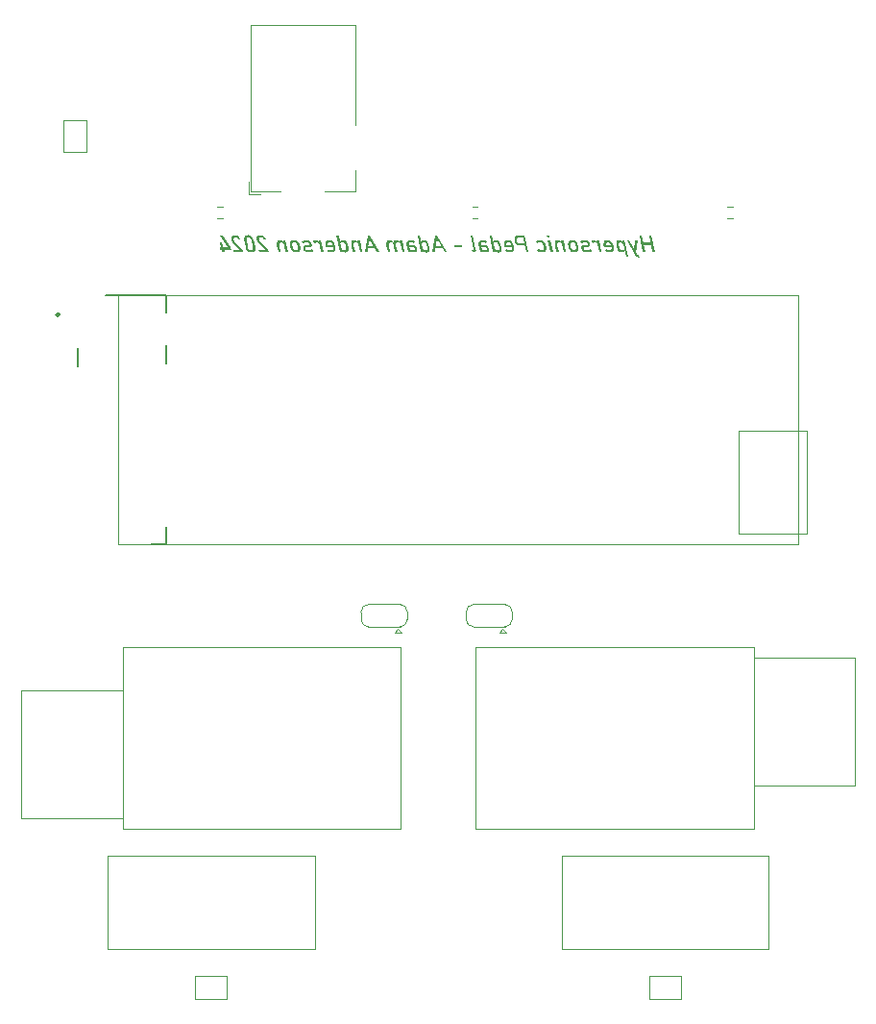
<source format=gbr>
%TF.GenerationSoftware,KiCad,Pcbnew,8.0.1*%
%TF.CreationDate,2024-04-21T18:31:03+02:00*%
%TF.ProjectId,Hypersonic_pedal_pcb,48797065-7273-46f6-9e69-635f70656461,rev?*%
%TF.SameCoordinates,Original*%
%TF.FileFunction,Legend,Bot*%
%TF.FilePolarity,Positive*%
%FSLAX46Y46*%
G04 Gerber Fmt 4.6, Leading zero omitted, Abs format (unit mm)*
G04 Created by KiCad (PCBNEW 8.0.1) date 2024-04-21 18:31:03*
%MOMM*%
%LPD*%
G01*
G04 APERTURE LIST*
%ADD10C,0.200000*%
%ADD11C,0.120000*%
%ADD12C,0.127000*%
%ADD13C,0.240000*%
G04 APERTURE END LIST*
D10*
G36*
X134513258Y-93745000D02*
G01*
X134203314Y-92254263D01*
X133998516Y-92254263D01*
X134308461Y-93745000D01*
X134513258Y-93745000D01*
G37*
G36*
X135341608Y-93745000D02*
G01*
X135031664Y-92254263D01*
X134827232Y-92254263D01*
X135137177Y-93745000D01*
X135341608Y-93745000D01*
G37*
G36*
X135082588Y-93110457D02*
G01*
X135041189Y-92911521D01*
X134231524Y-92911521D01*
X134272923Y-93110457D01*
X135082588Y-93110457D01*
G37*
G36*
X133113380Y-92680711D02*
G01*
X132904553Y-92680711D01*
X133620795Y-93994127D01*
X133660365Y-94056237D01*
X133712572Y-94113390D01*
X133760013Y-94146535D01*
X133831268Y-94174051D01*
X133909922Y-94186999D01*
X133961514Y-94189033D01*
X134002547Y-94189033D01*
X133960781Y-93987899D01*
X133919748Y-93987899D01*
X133847095Y-93975786D01*
X133824127Y-93964452D01*
X133769586Y-93913145D01*
X133748656Y-93883485D01*
X133113380Y-92680711D01*
G37*
G36*
X133650104Y-93832194D02*
G01*
X133826325Y-92680711D01*
X133617864Y-92680711D01*
X133490003Y-93605415D01*
X133650104Y-93832194D01*
G37*
G36*
X133013363Y-94177676D02*
G01*
X132701953Y-92680711D01*
X132497156Y-92680711D01*
X132808565Y-94177676D01*
X133013363Y-94177676D01*
G37*
G36*
X132460153Y-93760387D02*
G01*
X132533352Y-93752526D01*
X132603688Y-93723922D01*
X132619888Y-93712759D01*
X132670446Y-93655240D01*
X132696549Y-93583348D01*
X132697557Y-93577937D01*
X132637473Y-93355188D01*
X132644495Y-93429746D01*
X132637840Y-93472424D01*
X132597803Y-93535661D01*
X132583618Y-93546064D01*
X132512816Y-93569681D01*
X132478105Y-93571709D01*
X132401268Y-93561309D01*
X132330423Y-93526848D01*
X132308112Y-93508695D01*
X132259587Y-93448909D01*
X132227996Y-93378481D01*
X132215422Y-93330642D01*
X132167428Y-93100198D01*
X132158640Y-93025832D01*
X132170120Y-92949216D01*
X132185380Y-92918482D01*
X132242258Y-92870122D01*
X132316219Y-92854253D01*
X132328628Y-92854002D01*
X132404563Y-92863590D01*
X132444766Y-92878548D01*
X132506491Y-92923035D01*
X132529396Y-92950355D01*
X132563800Y-93017303D01*
X132577023Y-93065027D01*
X132555774Y-92860230D01*
X132507552Y-92801067D01*
X132449514Y-92748078D01*
X132402267Y-92716249D01*
X132330691Y-92683277D01*
X132257060Y-92667114D01*
X132222383Y-92665324D01*
X132144759Y-92672399D01*
X132072431Y-92697274D01*
X132010693Y-92745917D01*
X131987177Y-92778531D01*
X131957804Y-92849657D01*
X131946389Y-92925386D01*
X131947747Y-93001303D01*
X131959693Y-93086231D01*
X131962264Y-93099099D01*
X132010624Y-93330642D01*
X132029214Y-93403959D01*
X132057609Y-93481389D01*
X132093228Y-93550088D01*
X132136069Y-93610057D01*
X132171092Y-93647547D01*
X132233259Y-93696914D01*
X132302158Y-93732177D01*
X132377790Y-93753334D01*
X132460153Y-93760387D01*
G37*
G36*
X131358862Y-93760387D02*
G01*
X131436103Y-93756033D01*
X131515181Y-93739950D01*
X131591001Y-93707057D01*
X131651297Y-93658686D01*
X131669905Y-93636556D01*
X131707801Y-93567931D01*
X131728066Y-93486255D01*
X131731334Y-93404081D01*
X131723391Y-93325694D01*
X131715701Y-93283747D01*
X131690788Y-93163579D01*
X131673078Y-93091906D01*
X131645875Y-93012840D01*
X131612181Y-92941347D01*
X131571996Y-92877428D01*
X131516908Y-92812428D01*
X131499546Y-92795750D01*
X131434182Y-92744930D01*
X131362473Y-92706591D01*
X131284417Y-92680736D01*
X131200014Y-92667362D01*
X131148935Y-92665324D01*
X131068595Y-92672389D01*
X130990817Y-92697765D01*
X130928014Y-92741598D01*
X130880187Y-92803885D01*
X130875261Y-92812969D01*
X130847930Y-92883261D01*
X130833257Y-92964948D01*
X130830754Y-93044036D01*
X130837550Y-93131495D01*
X130850317Y-93210773D01*
X130853646Y-93227327D01*
X130868300Y-93296936D01*
X131570254Y-93296936D01*
X131535083Y-93128775D01*
X131027669Y-93128775D01*
X131022280Y-93053491D01*
X131031211Y-92977791D01*
X131051482Y-92926908D01*
X131106345Y-92872228D01*
X131182235Y-92854073D01*
X131188136Y-92854002D01*
X131263364Y-92863223D01*
X131336050Y-92894315D01*
X131384141Y-92932037D01*
X131433328Y-92993097D01*
X131467674Y-93061905D01*
X131490143Y-93134661D01*
X131494050Y-93152222D01*
X131522260Y-93287777D01*
X131531491Y-93364427D01*
X131521599Y-93440539D01*
X131495882Y-93490743D01*
X131435044Y-93539078D01*
X131361577Y-93558965D01*
X131317463Y-93561451D01*
X131242082Y-93552410D01*
X131188869Y-93535806D01*
X131120505Y-93502767D01*
X131064305Y-93463998D01*
X130958426Y-93601385D01*
X131017767Y-93645456D01*
X131085769Y-93686248D01*
X131156629Y-93718988D01*
X131227799Y-93742558D01*
X131303465Y-93757112D01*
X131358862Y-93760387D01*
G37*
G36*
X130656175Y-93745000D02*
G01*
X130434891Y-92680711D01*
X130230094Y-92680711D01*
X130451378Y-93745000D01*
X130656175Y-93745000D01*
G37*
G36*
X129914654Y-92932770D02*
G01*
X129969854Y-92882938D01*
X129972173Y-92881845D01*
X130044023Y-92864878D01*
X130063764Y-92864260D01*
X130137563Y-92873329D01*
X130205003Y-92903383D01*
X130226064Y-92919214D01*
X130274319Y-92975184D01*
X130305605Y-93047562D01*
X130311426Y-93071256D01*
X130289811Y-92866092D01*
X130241459Y-92806208D01*
X130182984Y-92751941D01*
X130135205Y-92718813D01*
X130068693Y-92686218D01*
X129995359Y-92667884D01*
X129955320Y-92665324D01*
X129880745Y-92672047D01*
X129830757Y-92686573D01*
X129766387Y-92724811D01*
X129743195Y-92748489D01*
X129914654Y-92932770D01*
G37*
G36*
X129395882Y-93760387D02*
G01*
X129471085Y-93757112D01*
X129548322Y-93745792D01*
X129625597Y-93724001D01*
X129638782Y-93718988D01*
X129706548Y-93685425D01*
X129766782Y-93642166D01*
X129815003Y-93594424D01*
X129661496Y-93441650D01*
X129602725Y-93489552D01*
X129537810Y-93529102D01*
X129514218Y-93540202D01*
X129441650Y-93563606D01*
X129366828Y-93572681D01*
X129356681Y-93572808D01*
X129279544Y-93568263D01*
X129204457Y-93551170D01*
X129166904Y-93534340D01*
X129111492Y-93486255D01*
X129082274Y-93418935D01*
X129093716Y-93345466D01*
X129105355Y-93335038D01*
X129174392Y-93307354D01*
X129204640Y-93302431D01*
X129280014Y-93294588D01*
X129343126Y-93289609D01*
X129416311Y-93281581D01*
X129465491Y-93273855D01*
X129537717Y-93252337D01*
X129570638Y-93235020D01*
X129622315Y-93180463D01*
X129635118Y-93151489D01*
X129644379Y-93077017D01*
X129634752Y-93002745D01*
X129611923Y-92923451D01*
X129578606Y-92854826D01*
X129528590Y-92790378D01*
X129480512Y-92749588D01*
X129415895Y-92712722D01*
X129341111Y-92686390D01*
X129267335Y-92671989D01*
X129185775Y-92665653D01*
X129161043Y-92665324D01*
X129086925Y-92668651D01*
X129010851Y-92679998D01*
X128940491Y-92699396D01*
X128869737Y-92729724D01*
X128804753Y-92770150D01*
X128764637Y-92802711D01*
X128919609Y-92955484D01*
X128983531Y-92913034D01*
X129053312Y-92880176D01*
X129057728Y-92878548D01*
X129128528Y-92859314D01*
X129200244Y-92852903D01*
X129277703Y-92858949D01*
X129348747Y-92880952D01*
X129364375Y-92889539D01*
X129417415Y-92941819D01*
X129439113Y-92998349D01*
X129417498Y-93067958D01*
X129345453Y-93092765D01*
X129328105Y-93095069D01*
X129251884Y-93102110D01*
X129202442Y-93106060D01*
X129126483Y-93113477D01*
X129074214Y-93121081D01*
X129002634Y-93140801D01*
X128959909Y-93162480D01*
X128906819Y-93215652D01*
X128888834Y-93253705D01*
X128878068Y-93330444D01*
X128886301Y-93406011D01*
X128888834Y-93418935D01*
X128908747Y-93489686D01*
X128942195Y-93560497D01*
X128987046Y-93620592D01*
X129043300Y-93669971D01*
X129051133Y-93675390D01*
X129120079Y-93712576D01*
X129189835Y-93736399D01*
X129268392Y-93752086D01*
X129342731Y-93759059D01*
X129395882Y-93760387D01*
G37*
G36*
X128098174Y-92667202D02*
G01*
X128180861Y-92679523D01*
X128257096Y-92703346D01*
X128326880Y-92738668D01*
X128390212Y-92785491D01*
X128438375Y-92833882D01*
X128486425Y-92899095D01*
X128525710Y-92973740D01*
X128552406Y-93045228D01*
X128572662Y-93123646D01*
X128608932Y-93296936D01*
X128616353Y-93337420D01*
X128624201Y-93413172D01*
X128621571Y-93492758D01*
X128603024Y-93572121D01*
X128567899Y-93639120D01*
X128556540Y-93653805D01*
X128501918Y-93703069D01*
X128432595Y-93737176D01*
X128359878Y-93754584D01*
X128275907Y-93760387D01*
X128225846Y-93758503D01*
X128143282Y-93746144D01*
X128067135Y-93722249D01*
X127997404Y-93686819D01*
X127934089Y-93639853D01*
X127885664Y-93591175D01*
X127837341Y-93525594D01*
X127797818Y-93450546D01*
X127770946Y-93378684D01*
X127750540Y-93299867D01*
X127713904Y-93123646D01*
X127706555Y-93083571D01*
X127702597Y-93044970D01*
X127909382Y-93044970D01*
X127918701Y-93123646D01*
X127955338Y-93299867D01*
X127973708Y-93365352D01*
X128006314Y-93433504D01*
X128054623Y-93492941D01*
X128088150Y-93519636D01*
X128159065Y-93551817D01*
X128234507Y-93561451D01*
X128253953Y-93560849D01*
X128330308Y-93542116D01*
X128385816Y-93492941D01*
X128403745Y-93455045D01*
X128414028Y-93378716D01*
X128404500Y-93299867D01*
X128367864Y-93123646D01*
X128349700Y-93058277D01*
X128317346Y-92990581D01*
X128269312Y-92932037D01*
X128235660Y-92905628D01*
X128164698Y-92873791D01*
X128089427Y-92864260D01*
X128069916Y-92864855D01*
X127993340Y-92883388D01*
X127937752Y-92932037D01*
X127919801Y-92969292D01*
X127909382Y-93044970D01*
X127702597Y-93044970D01*
X127698870Y-93008618D01*
X127701722Y-92929931D01*
X127720567Y-92851552D01*
X127756036Y-92785491D01*
X127767437Y-92770940D01*
X127822174Y-92722122D01*
X127891520Y-92688325D01*
X127964182Y-92671074D01*
X128048028Y-92665324D01*
X128098174Y-92667202D01*
G37*
G36*
X127528890Y-93745000D02*
G01*
X127307606Y-92680711D01*
X127102808Y-92680711D01*
X127324092Y-93745000D01*
X127528890Y-93745000D01*
G37*
G36*
X126896911Y-93745000D02*
G01*
X126762822Y-93100198D01*
X126754716Y-93022781D01*
X126769222Y-92950693D01*
X126783339Y-92925809D01*
X126842140Y-92879647D01*
X126918536Y-92864500D01*
X126931350Y-92864260D01*
X127007228Y-92873209D01*
X127076230Y-92902861D01*
X127097679Y-92918482D01*
X127146686Y-92974411D01*
X127176621Y-93041540D01*
X127184141Y-93071256D01*
X127162526Y-92866092D01*
X127113461Y-92805087D01*
X127059461Y-92754558D01*
X127006088Y-92717714D01*
X126938597Y-92685789D01*
X126863854Y-92667831D01*
X126822906Y-92665324D01*
X126744527Y-92672399D01*
X126671294Y-92697274D01*
X126608483Y-92745917D01*
X126584403Y-92778531D01*
X126554322Y-92849657D01*
X126542472Y-92925386D01*
X126543599Y-93001303D01*
X126555455Y-93086231D01*
X126558025Y-93099099D01*
X126692480Y-93745000D01*
X126896911Y-93745000D01*
G37*
G36*
X126090177Y-92463091D02*
G01*
X126046580Y-92254263D01*
X125841782Y-92254263D01*
X125885380Y-92463091D01*
X126090177Y-92463091D01*
G37*
G36*
X126356524Y-93745000D02*
G01*
X126135240Y-92680711D01*
X125930443Y-92680711D01*
X126151727Y-93745000D01*
X126356524Y-93745000D01*
G37*
G36*
X125413136Y-93760387D02*
G01*
X125489356Y-93756136D01*
X125567437Y-93740434D01*
X125642375Y-93708319D01*
X125702064Y-93661093D01*
X125720516Y-93639487D01*
X125758206Y-93572671D01*
X125778585Y-93493490D01*
X125782216Y-93414065D01*
X125774780Y-93338450D01*
X125767410Y-93298035D01*
X125731140Y-93122547D01*
X125710678Y-93044142D01*
X125683364Y-92972692D01*
X125642837Y-92898125D01*
X125592984Y-92833024D01*
X125542829Y-92784759D01*
X125476882Y-92738221D01*
X125404063Y-92703114D01*
X125324372Y-92679437D01*
X125250595Y-92668240D01*
X125185258Y-92665324D01*
X125105279Y-92670562D01*
X125033093Y-92686277D01*
X124974232Y-92709654D01*
X124909581Y-92751602D01*
X124857810Y-92810707D01*
X124843806Y-92835317D01*
X125019661Y-92970872D01*
X125068576Y-92916060D01*
X125105757Y-92892103D01*
X125176883Y-92868175D01*
X125224092Y-92864260D01*
X125300651Y-92872269D01*
X125373800Y-92899274D01*
X125421563Y-92932037D01*
X125473392Y-92990426D01*
X125507686Y-93057709D01*
X125526343Y-93122547D01*
X125562613Y-93298035D01*
X125571550Y-93371222D01*
X125562345Y-93444312D01*
X125538066Y-93492941D01*
X125480675Y-93539774D01*
X125404401Y-93559778D01*
X125369172Y-93561451D01*
X125295808Y-93552061D01*
X125238747Y-93531775D01*
X125172171Y-93493214D01*
X125118579Y-93447512D01*
X125001343Y-93593325D01*
X125056665Y-93643948D01*
X125119866Y-93685999D01*
X125184159Y-93716789D01*
X125259977Y-93741611D01*
X125338826Y-93756129D01*
X125413136Y-93760387D01*
G37*
G36*
X123976988Y-93166510D02*
G01*
X123935589Y-92967575D01*
X123469574Y-92967575D01*
X123392123Y-92955905D01*
X123322896Y-92920896D01*
X123293719Y-92896866D01*
X123244380Y-92837653D01*
X123209570Y-92766074D01*
X123194434Y-92711486D01*
X123185914Y-92636592D01*
X123197388Y-92562147D01*
X123216050Y-92523907D01*
X123271240Y-92472892D01*
X123344250Y-92453457D01*
X123362595Y-92452833D01*
X123828611Y-92452833D01*
X123787212Y-92254263D01*
X123327791Y-92254263D01*
X123249795Y-92259809D01*
X123174248Y-92278719D01*
X123109438Y-92311050D01*
X123052062Y-92360080D01*
X123009626Y-92421989D01*
X122989637Y-92470418D01*
X122973867Y-92545186D01*
X122972378Y-92620520D01*
X122981501Y-92694315D01*
X122984874Y-92711486D01*
X123004538Y-92786013D01*
X123031796Y-92855033D01*
X123070987Y-92925265D01*
X123089288Y-92951454D01*
X123140242Y-93011060D01*
X123197852Y-93061650D01*
X123262116Y-93103224D01*
X123275767Y-93110457D01*
X123346607Y-93140016D01*
X123421740Y-93158628D01*
X123501167Y-93166291D01*
X123517567Y-93166510D01*
X123976988Y-93166510D01*
G37*
G36*
X124202669Y-93745000D02*
G01*
X123892724Y-92254263D01*
X123688293Y-92254263D01*
X123998237Y-93745000D01*
X124202669Y-93745000D01*
G37*
G36*
X122585170Y-93760387D02*
G01*
X122662412Y-93756033D01*
X122741489Y-93739950D01*
X122817310Y-93707057D01*
X122877605Y-93658686D01*
X122896214Y-93636556D01*
X122934109Y-93567931D01*
X122954374Y-93486255D01*
X122957642Y-93404081D01*
X122949700Y-93325694D01*
X122942009Y-93283747D01*
X122917096Y-93163579D01*
X122899386Y-93091906D01*
X122872184Y-93012840D01*
X122838490Y-92941347D01*
X122798304Y-92877428D01*
X122743216Y-92812428D01*
X122725854Y-92795750D01*
X122660491Y-92744930D01*
X122588781Y-92706591D01*
X122510725Y-92680736D01*
X122426323Y-92667362D01*
X122375244Y-92665324D01*
X122294904Y-92672389D01*
X122217126Y-92697765D01*
X122154323Y-92741598D01*
X122106495Y-92803885D01*
X122101570Y-92812969D01*
X122074239Y-92883261D01*
X122059565Y-92964948D01*
X122057062Y-93044036D01*
X122063858Y-93131495D01*
X122076626Y-93210773D01*
X122079954Y-93227327D01*
X122094609Y-93296936D01*
X122796563Y-93296936D01*
X122761392Y-93128775D01*
X122253977Y-93128775D01*
X122248589Y-93053491D01*
X122257519Y-92977791D01*
X122277791Y-92926908D01*
X122332654Y-92872228D01*
X122408544Y-92854073D01*
X122414445Y-92854002D01*
X122489673Y-92863223D01*
X122562359Y-92894315D01*
X122610450Y-92932037D01*
X122659636Y-92993097D01*
X122693983Y-93061905D01*
X122716452Y-93134661D01*
X122720359Y-93152222D01*
X122748569Y-93287777D01*
X122757799Y-93364427D01*
X122747908Y-93440539D01*
X122722191Y-93490743D01*
X122661353Y-93539078D01*
X122587885Y-93558965D01*
X122543771Y-93561451D01*
X122468391Y-93552410D01*
X122415177Y-93535806D01*
X122346813Y-93502767D01*
X122290613Y-93463998D01*
X122184734Y-93601385D01*
X122244075Y-93645456D01*
X122312078Y-93686248D01*
X122382937Y-93718988D01*
X122454108Y-93742558D01*
X122529774Y-93757112D01*
X122585170Y-93760387D01*
G37*
G36*
X121290805Y-93745000D02*
G01*
X120980861Y-92254263D01*
X120776064Y-92254263D01*
X121086008Y-93745000D01*
X121290805Y-93745000D01*
G37*
G36*
X121556053Y-93763318D02*
G01*
X121635943Y-93756242D01*
X121710548Y-93731368D01*
X121774475Y-93682724D01*
X121798953Y-93650111D01*
X121829565Y-93579072D01*
X121841741Y-93503566D01*
X121840787Y-93427957D01*
X121828998Y-93343442D01*
X121826430Y-93330642D01*
X121777704Y-93095802D01*
X121758955Y-93021476D01*
X121730667Y-92943097D01*
X121695472Y-92873694D01*
X121653370Y-92813266D01*
X121619068Y-92775600D01*
X121558160Y-92725911D01*
X121490840Y-92690420D01*
X121417109Y-92669125D01*
X121336967Y-92662027D01*
X121261413Y-92671494D01*
X121191357Y-92702647D01*
X121178698Y-92711486D01*
X121124559Y-92766365D01*
X121089136Y-92833565D01*
X121083443Y-92849972D01*
X121149755Y-93067226D01*
X121143039Y-92993714D01*
X121149755Y-92951454D01*
X121190034Y-92888348D01*
X121204343Y-92878182D01*
X121275145Y-92854902D01*
X121309856Y-92852903D01*
X121386930Y-92863605D01*
X121453241Y-92895711D01*
X121480216Y-92917749D01*
X121528801Y-92978785D01*
X121560555Y-93050476D01*
X121573272Y-93099099D01*
X121621632Y-93330642D01*
X121630377Y-93404209D01*
X121618716Y-93479683D01*
X121603314Y-93509794D01*
X121546070Y-93557055D01*
X121471788Y-93572562D01*
X121459333Y-93572808D01*
X121383398Y-93562647D01*
X121343195Y-93546796D01*
X121283615Y-93502393D01*
X121258199Y-93471325D01*
X121224407Y-93405876D01*
X121209473Y-93353356D01*
X121242079Y-93577937D01*
X121286808Y-93637894D01*
X121341277Y-93688419D01*
X121365544Y-93706531D01*
X121435868Y-93743298D01*
X121509370Y-93760600D01*
X121556053Y-93763318D01*
G37*
G36*
X120163503Y-93745000D02*
G01*
X120023185Y-93070157D01*
X120016204Y-92992999D01*
X120036663Y-92919120D01*
X120044068Y-92907857D01*
X120105559Y-92862691D01*
X120180732Y-92850028D01*
X120186950Y-92849972D01*
X120260509Y-92856688D01*
X120311880Y-92869023D01*
X120380582Y-92895491D01*
X120429849Y-92923611D01*
X120557710Y-92819197D01*
X120497381Y-92769102D01*
X120434565Y-92731238D01*
X120377826Y-92705990D01*
X120303979Y-92682838D01*
X120227015Y-92669295D01*
X120154343Y-92665324D01*
X120074028Y-92670285D01*
X119995163Y-92688105D01*
X119922916Y-92723645D01*
X119873342Y-92769005D01*
X119835002Y-92833872D01*
X119816425Y-92912243D01*
X119816505Y-92993244D01*
X119826814Y-93060997D01*
X119968963Y-93745000D01*
X120163503Y-93745000D01*
G37*
G36*
X120421423Y-93760387D02*
G01*
X120499870Y-93756512D01*
X120576342Y-93742596D01*
X120645569Y-93714843D01*
X120692166Y-93679420D01*
X120732899Y-93613582D01*
X120746638Y-93536073D01*
X120741658Y-93461959D01*
X120736130Y-93431392D01*
X120715201Y-93356928D01*
X120681037Y-93285199D01*
X120635629Y-93226222D01*
X120599110Y-93193988D01*
X120534784Y-93156088D01*
X120459272Y-93130592D01*
X120382759Y-93118342D01*
X120319574Y-93115586D01*
X120023551Y-93115586D01*
X120044434Y-93283747D01*
X120353279Y-93283747D01*
X120428468Y-93293983D01*
X120480041Y-93320017D01*
X120527125Y-93380524D01*
X120543422Y-93431392D01*
X120543854Y-93505528D01*
X120515212Y-93551193D01*
X120445042Y-93582594D01*
X120370141Y-93589989D01*
X120363537Y-93590027D01*
X120290135Y-93586997D01*
X120214621Y-93574375D01*
X120184385Y-93564382D01*
X120125166Y-93521162D01*
X120109281Y-93484515D01*
X120119172Y-93634357D01*
X120173546Y-93686197D01*
X120201238Y-93705066D01*
X120268363Y-93736440D01*
X120301622Y-93746465D01*
X120374007Y-93758429D01*
X120421423Y-93760387D01*
G37*
G36*
X119119731Y-92254263D02*
G01*
X119372522Y-93470226D01*
X119368492Y-93529577D01*
X119326360Y-93551193D01*
X119230006Y-93551193D01*
X119271406Y-93750129D01*
X119391939Y-93750129D01*
X119469116Y-93739773D01*
X119535454Y-93701515D01*
X119556071Y-93676489D01*
X119583024Y-93606383D01*
X119586090Y-93531478D01*
X119576953Y-93468028D01*
X119324528Y-92254263D01*
X119119731Y-92254263D01*
G37*
G36*
X118331681Y-93111189D02*
G01*
X117657571Y-93111189D01*
X117698970Y-93310125D01*
X118373080Y-93310125D01*
X118331681Y-93111189D01*
G37*
G36*
X117014235Y-93745000D02*
G01*
X116166835Y-92254263D01*
X115992445Y-92254263D01*
X115764933Y-93745000D01*
X115985118Y-93745000D01*
X116139357Y-92542226D01*
X116793684Y-93745000D01*
X117014235Y-93745000D01*
G37*
G36*
X116698796Y-93417836D02*
G01*
X116657396Y-93218900D01*
X115889863Y-93218900D01*
X115931262Y-93417836D01*
X116698796Y-93417836D01*
G37*
G36*
X114943911Y-93745000D02*
G01*
X114633967Y-92254263D01*
X114429169Y-92254263D01*
X114739113Y-93745000D01*
X114943911Y-93745000D01*
G37*
G36*
X115209159Y-93763318D02*
G01*
X115289049Y-93756242D01*
X115363653Y-93731368D01*
X115427581Y-93682724D01*
X115452058Y-93650111D01*
X115482671Y-93579072D01*
X115494846Y-93503566D01*
X115493892Y-93427957D01*
X115482104Y-93343442D01*
X115479535Y-93330642D01*
X115430809Y-93095802D01*
X115412060Y-93021476D01*
X115383772Y-92943097D01*
X115348577Y-92873694D01*
X115306475Y-92813266D01*
X115272173Y-92775600D01*
X115211265Y-92725911D01*
X115143946Y-92690420D01*
X115070215Y-92669125D01*
X114990073Y-92662027D01*
X114914519Y-92671494D01*
X114844462Y-92702647D01*
X114831803Y-92711486D01*
X114777664Y-92766365D01*
X114742242Y-92833565D01*
X114736549Y-92849972D01*
X114802861Y-93067226D01*
X114796144Y-92993714D01*
X114802861Y-92951454D01*
X114843139Y-92888348D01*
X114857449Y-92878182D01*
X114928250Y-92854902D01*
X114962962Y-92852903D01*
X115040035Y-92863605D01*
X115106346Y-92895711D01*
X115133321Y-92917749D01*
X115181907Y-92978785D01*
X115213660Y-93050476D01*
X115226378Y-93099099D01*
X115274738Y-93330642D01*
X115283483Y-93404209D01*
X115271822Y-93479683D01*
X115256419Y-93509794D01*
X115199175Y-93557055D01*
X115124893Y-93572562D01*
X115112438Y-93572808D01*
X115036504Y-93562647D01*
X114996301Y-93546796D01*
X114936720Y-93502393D01*
X114911304Y-93471325D01*
X114877513Y-93405876D01*
X114862578Y-93353356D01*
X114895184Y-93577937D01*
X114939914Y-93637894D01*
X114994383Y-93688419D01*
X115018649Y-93706531D01*
X115088974Y-93743298D01*
X115162476Y-93760600D01*
X115209159Y-93763318D01*
G37*
G36*
X113816608Y-93745000D02*
G01*
X113676290Y-93070157D01*
X113669309Y-92992999D01*
X113689768Y-92919120D01*
X113697173Y-92907857D01*
X113758664Y-92862691D01*
X113833838Y-92850028D01*
X113840055Y-92849972D01*
X113913614Y-92856688D01*
X113964985Y-92869023D01*
X114033687Y-92895491D01*
X114082955Y-92923611D01*
X114210816Y-92819197D01*
X114150486Y-92769102D01*
X114087671Y-92731238D01*
X114030931Y-92705990D01*
X113957084Y-92682838D01*
X113880121Y-92669295D01*
X113807449Y-92665324D01*
X113727134Y-92670285D01*
X113648268Y-92688105D01*
X113576021Y-92723645D01*
X113526447Y-92769005D01*
X113488107Y-92833872D01*
X113469531Y-92912243D01*
X113469611Y-92993244D01*
X113479919Y-93060997D01*
X113622068Y-93745000D01*
X113816608Y-93745000D01*
G37*
G36*
X114074528Y-93760387D02*
G01*
X114152975Y-93756512D01*
X114229448Y-93742596D01*
X114298675Y-93714843D01*
X114345272Y-93679420D01*
X114386005Y-93613582D01*
X114399743Y-93536073D01*
X114394763Y-93461959D01*
X114389235Y-93431392D01*
X114368307Y-93356928D01*
X114334143Y-93285199D01*
X114288734Y-93226222D01*
X114252215Y-93193988D01*
X114187889Y-93156088D01*
X114112377Y-93130592D01*
X114035864Y-93118342D01*
X113972679Y-93115586D01*
X113676657Y-93115586D01*
X113697540Y-93283747D01*
X114006385Y-93283747D01*
X114081573Y-93293983D01*
X114133147Y-93320017D01*
X114180230Y-93380524D01*
X114196528Y-93431392D01*
X114196960Y-93505528D01*
X114168318Y-93551193D01*
X114098147Y-93582594D01*
X114023246Y-93589989D01*
X114016643Y-93590027D01*
X113943241Y-93586997D01*
X113867727Y-93574375D01*
X113837491Y-93564382D01*
X113778271Y-93521162D01*
X113762386Y-93484515D01*
X113772278Y-93634357D01*
X113826651Y-93686197D01*
X113854343Y-93705066D01*
X113921468Y-93736440D01*
X113954727Y-93746465D01*
X114027113Y-93758429D01*
X114074528Y-93760387D01*
G37*
G36*
X112044138Y-93745000D02*
G01*
X111910048Y-93100198D01*
X111901942Y-93022781D01*
X111916448Y-92950693D01*
X111930565Y-92925809D01*
X111989275Y-92879647D01*
X112065440Y-92864500D01*
X112078209Y-92864260D01*
X112155917Y-92875620D01*
X112221704Y-92909700D01*
X112238311Y-92923611D01*
X112286666Y-92985010D01*
X112315277Y-93052707D01*
X112325139Y-93091772D01*
X112324040Y-92886608D01*
X112276806Y-92824806D01*
X112220469Y-92767980D01*
X112159542Y-92722843D01*
X112089578Y-92687792D01*
X112018172Y-92668919D01*
X111969766Y-92665324D01*
X111891249Y-92672399D01*
X111817972Y-92697274D01*
X111755246Y-92745917D01*
X111731262Y-92778531D01*
X111701181Y-92849657D01*
X111689332Y-92925386D01*
X111690459Y-93001303D01*
X111702315Y-93086231D01*
X111704884Y-93099099D01*
X111839340Y-93745000D01*
X112044138Y-93745000D01*
G37*
G36*
X113287578Y-93745000D02*
G01*
X113066294Y-92680711D01*
X112861496Y-92680711D01*
X113082780Y-93745000D01*
X113287578Y-93745000D01*
G37*
G36*
X112665858Y-93745000D02*
G01*
X112531768Y-93100198D01*
X112523302Y-93022781D01*
X112536475Y-92950693D01*
X112549720Y-92925809D01*
X112609758Y-92877784D01*
X112683889Y-92864320D01*
X112690038Y-92864260D01*
X112765916Y-92873209D01*
X112834918Y-92902861D01*
X112856367Y-92918482D01*
X112905374Y-92974411D01*
X112935309Y-93041540D01*
X112942829Y-93071256D01*
X112921214Y-92866092D01*
X112872149Y-92805087D01*
X112818149Y-92754558D01*
X112764776Y-92717714D01*
X112697285Y-92685789D01*
X112622542Y-92667831D01*
X112581594Y-92665324D01*
X112505459Y-92672399D01*
X112434422Y-92697274D01*
X112373643Y-92745917D01*
X112350418Y-92778531D01*
X112321577Y-92849657D01*
X112310488Y-92925386D01*
X112312019Y-93001303D01*
X112324032Y-93086231D01*
X112326604Y-93099099D01*
X112461060Y-93745000D01*
X112665858Y-93745000D01*
G37*
G36*
X111046894Y-93745000D02*
G01*
X110199493Y-92254263D01*
X110025104Y-92254263D01*
X109797592Y-93745000D01*
X110017777Y-93745000D01*
X110172016Y-92542226D01*
X110826343Y-93745000D01*
X111046894Y-93745000D01*
G37*
G36*
X110731454Y-93417836D02*
G01*
X110690055Y-93218900D01*
X109922522Y-93218900D01*
X109963921Y-93417836D01*
X110731454Y-93417836D01*
G37*
G36*
X109568248Y-93745000D02*
G01*
X109346964Y-92680711D01*
X109142166Y-92680711D01*
X109363450Y-93745000D01*
X109568248Y-93745000D01*
G37*
G36*
X108936269Y-93745000D02*
G01*
X108802180Y-93100198D01*
X108794074Y-93022781D01*
X108808580Y-92950693D01*
X108822697Y-92925809D01*
X108881498Y-92879647D01*
X108957894Y-92864500D01*
X108970708Y-92864260D01*
X109046586Y-92873209D01*
X109115588Y-92902861D01*
X109137037Y-92918482D01*
X109186044Y-92974411D01*
X109215979Y-93041540D01*
X109223499Y-93071256D01*
X109201884Y-92866092D01*
X109152819Y-92805087D01*
X109098819Y-92754558D01*
X109045446Y-92717714D01*
X108977955Y-92685789D01*
X108903212Y-92667831D01*
X108862264Y-92665324D01*
X108783885Y-92672399D01*
X108710652Y-92697274D01*
X108647841Y-92745917D01*
X108623761Y-92778531D01*
X108593680Y-92849657D01*
X108581830Y-92925386D01*
X108582957Y-93001303D01*
X108594813Y-93086231D01*
X108597383Y-93099099D01*
X108731838Y-93745000D01*
X108936269Y-93745000D01*
G37*
G36*
X107804204Y-93745000D02*
G01*
X107494260Y-92254263D01*
X107289462Y-92254263D01*
X107599406Y-93745000D01*
X107804204Y-93745000D01*
G37*
G36*
X108069452Y-93763318D02*
G01*
X108149342Y-93756242D01*
X108223946Y-93731368D01*
X108287874Y-93682724D01*
X108312351Y-93650111D01*
X108342964Y-93579072D01*
X108355140Y-93503566D01*
X108354185Y-93427957D01*
X108342397Y-93343442D01*
X108339828Y-93330642D01*
X108291102Y-93095802D01*
X108272353Y-93021476D01*
X108244065Y-92943097D01*
X108208870Y-92873694D01*
X108166768Y-92813266D01*
X108132466Y-92775600D01*
X108071558Y-92725911D01*
X108004239Y-92690420D01*
X107930508Y-92669125D01*
X107850366Y-92662027D01*
X107774812Y-92671494D01*
X107704755Y-92702647D01*
X107692096Y-92711486D01*
X107637957Y-92766365D01*
X107602535Y-92833565D01*
X107596842Y-92849972D01*
X107663154Y-93067226D01*
X107656437Y-92993714D01*
X107663154Y-92951454D01*
X107703432Y-92888348D01*
X107717742Y-92878182D01*
X107788543Y-92854902D01*
X107823255Y-92852903D01*
X107900328Y-92863605D01*
X107966639Y-92895711D01*
X107993614Y-92917749D01*
X108042200Y-92978785D01*
X108073953Y-93050476D01*
X108086671Y-93099099D01*
X108135031Y-93330642D01*
X108143776Y-93404209D01*
X108132115Y-93479683D01*
X108116713Y-93509794D01*
X108059468Y-93557055D01*
X107985186Y-93572562D01*
X107972731Y-93572808D01*
X107896797Y-93562647D01*
X107856594Y-93546796D01*
X107797013Y-93502393D01*
X107771597Y-93471325D01*
X107737806Y-93405876D01*
X107722871Y-93353356D01*
X107755477Y-93577937D01*
X107800207Y-93637894D01*
X107854676Y-93688419D01*
X107878942Y-93706531D01*
X107949267Y-93743298D01*
X108022769Y-93760600D01*
X108069452Y-93763318D01*
G37*
G36*
X106841765Y-93760387D02*
G01*
X106919006Y-93756033D01*
X106998084Y-93739950D01*
X107073904Y-93707057D01*
X107134200Y-93658686D01*
X107152808Y-93636556D01*
X107190704Y-93567931D01*
X107210969Y-93486255D01*
X107214237Y-93404081D01*
X107206294Y-93325694D01*
X107198604Y-93283747D01*
X107173691Y-93163579D01*
X107155981Y-93091906D01*
X107128778Y-93012840D01*
X107095084Y-92941347D01*
X107054899Y-92877428D01*
X106999811Y-92812428D01*
X106982449Y-92795750D01*
X106917085Y-92744930D01*
X106845376Y-92706591D01*
X106767320Y-92680736D01*
X106682917Y-92667362D01*
X106631838Y-92665324D01*
X106551498Y-92672389D01*
X106473720Y-92697765D01*
X106410917Y-92741598D01*
X106363090Y-92803885D01*
X106358164Y-92812969D01*
X106330833Y-92883261D01*
X106316160Y-92964948D01*
X106313657Y-93044036D01*
X106320453Y-93131495D01*
X106333220Y-93210773D01*
X106336549Y-93227327D01*
X106351203Y-93296936D01*
X107053157Y-93296936D01*
X107017986Y-93128775D01*
X106510572Y-93128775D01*
X106505183Y-93053491D01*
X106514114Y-92977791D01*
X106534385Y-92926908D01*
X106589248Y-92872228D01*
X106665138Y-92854073D01*
X106671039Y-92854002D01*
X106746267Y-92863223D01*
X106818953Y-92894315D01*
X106867044Y-92932037D01*
X106916231Y-92993097D01*
X106950577Y-93061905D01*
X106973046Y-93134661D01*
X106976953Y-93152222D01*
X107005163Y-93287777D01*
X107014394Y-93364427D01*
X107004502Y-93440539D01*
X106978785Y-93490743D01*
X106917947Y-93539078D01*
X106844480Y-93558965D01*
X106800366Y-93561451D01*
X106724985Y-93552410D01*
X106671772Y-93535806D01*
X106603408Y-93502767D01*
X106547208Y-93463998D01*
X106441329Y-93601385D01*
X106500670Y-93645456D01*
X106568672Y-93686248D01*
X106639532Y-93718988D01*
X106710702Y-93742558D01*
X106786368Y-93757112D01*
X106841765Y-93760387D01*
G37*
G36*
X106139078Y-93745000D02*
G01*
X105917794Y-92680711D01*
X105712997Y-92680711D01*
X105934281Y-93745000D01*
X106139078Y-93745000D01*
G37*
G36*
X105397557Y-92932770D02*
G01*
X105452757Y-92882938D01*
X105455076Y-92881845D01*
X105526926Y-92864878D01*
X105546667Y-92864260D01*
X105620466Y-92873329D01*
X105687906Y-92903383D01*
X105708967Y-92919214D01*
X105757222Y-92975184D01*
X105788508Y-93047562D01*
X105794329Y-93071256D01*
X105772714Y-92866092D01*
X105724362Y-92806208D01*
X105665887Y-92751941D01*
X105618108Y-92718813D01*
X105551596Y-92686218D01*
X105478262Y-92667884D01*
X105438223Y-92665324D01*
X105363648Y-92672047D01*
X105313660Y-92686573D01*
X105249290Y-92724811D01*
X105226098Y-92748489D01*
X105397557Y-92932770D01*
G37*
G36*
X104878785Y-93760387D02*
G01*
X104953988Y-93757112D01*
X105031225Y-93745792D01*
X105108500Y-93724001D01*
X105121685Y-93718988D01*
X105189451Y-93685425D01*
X105249685Y-93642166D01*
X105297906Y-93594424D01*
X105144399Y-93441650D01*
X105085628Y-93489552D01*
X105020713Y-93529102D01*
X104997121Y-93540202D01*
X104924553Y-93563606D01*
X104849731Y-93572681D01*
X104839584Y-93572808D01*
X104762447Y-93568263D01*
X104687360Y-93551170D01*
X104649807Y-93534340D01*
X104594395Y-93486255D01*
X104565177Y-93418935D01*
X104576619Y-93345466D01*
X104588258Y-93335038D01*
X104657295Y-93307354D01*
X104687543Y-93302431D01*
X104762917Y-93294588D01*
X104826029Y-93289609D01*
X104899214Y-93281581D01*
X104948394Y-93273855D01*
X105020620Y-93252337D01*
X105053541Y-93235020D01*
X105105218Y-93180463D01*
X105118021Y-93151489D01*
X105127282Y-93077017D01*
X105117655Y-93002745D01*
X105094826Y-92923451D01*
X105061509Y-92854826D01*
X105011493Y-92790378D01*
X104963415Y-92749588D01*
X104898798Y-92712722D01*
X104824014Y-92686390D01*
X104750238Y-92671989D01*
X104668678Y-92665653D01*
X104643946Y-92665324D01*
X104569828Y-92668651D01*
X104493754Y-92679998D01*
X104423394Y-92699396D01*
X104352640Y-92729724D01*
X104287656Y-92770150D01*
X104247540Y-92802711D01*
X104402512Y-92955484D01*
X104466434Y-92913034D01*
X104536215Y-92880176D01*
X104540631Y-92878548D01*
X104611431Y-92859314D01*
X104683147Y-92852903D01*
X104760606Y-92858949D01*
X104831650Y-92880952D01*
X104847278Y-92889539D01*
X104900318Y-92941819D01*
X104922016Y-92998349D01*
X104900401Y-93067958D01*
X104828356Y-93092765D01*
X104811008Y-93095069D01*
X104734787Y-93102110D01*
X104685345Y-93106060D01*
X104609386Y-93113477D01*
X104557117Y-93121081D01*
X104485537Y-93140801D01*
X104442812Y-93162480D01*
X104389722Y-93215652D01*
X104371737Y-93253705D01*
X104360971Y-93330444D01*
X104369204Y-93406011D01*
X104371737Y-93418935D01*
X104391650Y-93489686D01*
X104425098Y-93560497D01*
X104469949Y-93620592D01*
X104526203Y-93669971D01*
X104534036Y-93675390D01*
X104602982Y-93712576D01*
X104672738Y-93736399D01*
X104751295Y-93752086D01*
X104825634Y-93759059D01*
X104878785Y-93760387D01*
G37*
G36*
X103581077Y-92667202D02*
G01*
X103663764Y-92679523D01*
X103739999Y-92703346D01*
X103809783Y-92738668D01*
X103873115Y-92785491D01*
X103921278Y-92833882D01*
X103969328Y-92899095D01*
X104008613Y-92973740D01*
X104035309Y-93045228D01*
X104055565Y-93123646D01*
X104091835Y-93296936D01*
X104099256Y-93337420D01*
X104107104Y-93413172D01*
X104104474Y-93492758D01*
X104085927Y-93572121D01*
X104050802Y-93639120D01*
X104039443Y-93653805D01*
X103984821Y-93703069D01*
X103915498Y-93737176D01*
X103842781Y-93754584D01*
X103758810Y-93760387D01*
X103708749Y-93758503D01*
X103626185Y-93746144D01*
X103550038Y-93722249D01*
X103480307Y-93686819D01*
X103416992Y-93639853D01*
X103368567Y-93591175D01*
X103320244Y-93525594D01*
X103280721Y-93450546D01*
X103253849Y-93378684D01*
X103233443Y-93299867D01*
X103196807Y-93123646D01*
X103189458Y-93083571D01*
X103185500Y-93044970D01*
X103392285Y-93044970D01*
X103401604Y-93123646D01*
X103438241Y-93299867D01*
X103456611Y-93365352D01*
X103489217Y-93433504D01*
X103537526Y-93492941D01*
X103571053Y-93519636D01*
X103641968Y-93551817D01*
X103717410Y-93561451D01*
X103736856Y-93560849D01*
X103813211Y-93542116D01*
X103868719Y-93492941D01*
X103886648Y-93455045D01*
X103896931Y-93378716D01*
X103887403Y-93299867D01*
X103850767Y-93123646D01*
X103832603Y-93058277D01*
X103800249Y-92990581D01*
X103752215Y-92932037D01*
X103718563Y-92905628D01*
X103647601Y-92873791D01*
X103572330Y-92864260D01*
X103552819Y-92864855D01*
X103476243Y-92883388D01*
X103420655Y-92932037D01*
X103402704Y-92969292D01*
X103392285Y-93044970D01*
X103185500Y-93044970D01*
X103181773Y-93008618D01*
X103184625Y-92929931D01*
X103203470Y-92851552D01*
X103238939Y-92785491D01*
X103250340Y-92770940D01*
X103305077Y-92722122D01*
X103374423Y-92688325D01*
X103447085Y-92671074D01*
X103530931Y-92665324D01*
X103581077Y-92667202D01*
G37*
G36*
X103011793Y-93745000D02*
G01*
X102790509Y-92680711D01*
X102585711Y-92680711D01*
X102806995Y-93745000D01*
X103011793Y-93745000D01*
G37*
G36*
X102379814Y-93745000D02*
G01*
X102245725Y-93100198D01*
X102237619Y-93022781D01*
X102252125Y-92950693D01*
X102266242Y-92925809D01*
X102325043Y-92879647D01*
X102401439Y-92864500D01*
X102414253Y-92864260D01*
X102490131Y-92873209D01*
X102559133Y-92902861D01*
X102580582Y-92918482D01*
X102629589Y-92974411D01*
X102659524Y-93041540D01*
X102667044Y-93071256D01*
X102645429Y-92866092D01*
X102596364Y-92805087D01*
X102542364Y-92754558D01*
X102488991Y-92717714D01*
X102421500Y-92685789D01*
X102346757Y-92667831D01*
X102305809Y-92665324D01*
X102227430Y-92672399D01*
X102154197Y-92697274D01*
X102091386Y-92745917D01*
X102067306Y-92778531D01*
X102037225Y-92849657D01*
X102025375Y-92925386D01*
X102026502Y-93001303D01*
X102038358Y-93086231D01*
X102040928Y-93099099D01*
X102175383Y-93745000D01*
X102379814Y-93745000D01*
G37*
G36*
X101308932Y-93745000D02*
G01*
X101271196Y-93563649D01*
X100618701Y-92870488D01*
X100569913Y-92813698D01*
X100526923Y-92751347D01*
X100524546Y-92747390D01*
X100491507Y-92681726D01*
X100474720Y-92627222D01*
X100474354Y-92625390D01*
X100469959Y-92550439D01*
X100496702Y-92486905D01*
X100559492Y-92446912D01*
X100631891Y-92437445D01*
X100704830Y-92447754D01*
X100774108Y-92481676D01*
X100786863Y-92491301D01*
X100838755Y-92546980D01*
X100875387Y-92614002D01*
X100886514Y-92643709D01*
X100886880Y-92644808D01*
X101098272Y-92644808D01*
X101097906Y-92643709D01*
X101070472Y-92574496D01*
X101032669Y-92501464D01*
X100988626Y-92436741D01*
X100938342Y-92380329D01*
X100898604Y-92345122D01*
X100829727Y-92298639D01*
X100755722Y-92265437D01*
X100676587Y-92245516D01*
X100603137Y-92238980D01*
X100592323Y-92238876D01*
X100511545Y-92243732D01*
X100432193Y-92261174D01*
X100359453Y-92295960D01*
X100309490Y-92340359D01*
X100270943Y-92404079D01*
X100252161Y-92481073D01*
X100252058Y-92560654D01*
X100262229Y-92627222D01*
X100262229Y-92628321D01*
X100283106Y-92699037D01*
X100314045Y-92767338D01*
X100328907Y-92794284D01*
X100369797Y-92858049D01*
X100417178Y-92919649D01*
X100452372Y-92959515D01*
X100996423Y-93546064D01*
X100445045Y-93546064D01*
X100486444Y-93745000D01*
X101308932Y-93745000D01*
G37*
G36*
X99522448Y-92237342D02*
G01*
X99604393Y-92248912D01*
X99679046Y-92271282D01*
X99746405Y-92304451D01*
X99806472Y-92348419D01*
X99844625Y-92385757D01*
X99890827Y-92445002D01*
X99928614Y-92512381D01*
X99957986Y-92587895D01*
X99976465Y-92659096D01*
X100117149Y-93336870D01*
X100129173Y-93418284D01*
X100128789Y-93501884D01*
X100113339Y-93575409D01*
X100077948Y-93646081D01*
X100067462Y-93659923D01*
X100007844Y-93711159D01*
X99937771Y-93741522D01*
X99863271Y-93756368D01*
X99789619Y-93760387D01*
X99739101Y-93758624D01*
X99656617Y-93747053D01*
X99581672Y-93724683D01*
X99514264Y-93691515D01*
X99454396Y-93647547D01*
X99416445Y-93610209D01*
X99370435Y-93550964D01*
X99332736Y-93483584D01*
X99303346Y-93408070D01*
X99284769Y-93336870D01*
X99144085Y-92659096D01*
X99141618Y-92646747D01*
X99133116Y-92580985D01*
X99340451Y-92580985D01*
X99348516Y-92659096D01*
X99489200Y-93336870D01*
X99497054Y-93368522D01*
X99526681Y-93440605D01*
X99573464Y-93501734D01*
X99602989Y-93525002D01*
X99670751Y-93553053D01*
X99748220Y-93561451D01*
X99761941Y-93561218D01*
X99836899Y-93548330D01*
X99897697Y-93501734D01*
X99904116Y-93490075D01*
X99920843Y-93414627D01*
X99912717Y-93336870D01*
X99772034Y-92659096D01*
X99764189Y-92627250D01*
X99734669Y-92555000D01*
X99688136Y-92494232D01*
X99663029Y-92473937D01*
X99590821Y-92442912D01*
X99513747Y-92434515D01*
X99499938Y-92434748D01*
X99424623Y-92447636D01*
X99363904Y-92494232D01*
X99357419Y-92505766D01*
X99340451Y-92580985D01*
X99133116Y-92580985D01*
X99131056Y-92565055D01*
X99132241Y-92491672D01*
X99147977Y-92417981D01*
X99184019Y-92348053D01*
X99194676Y-92334433D01*
X99254784Y-92284017D01*
X99324903Y-92254141D01*
X99399142Y-92239533D01*
X99472348Y-92235579D01*
X99522448Y-92237342D01*
G37*
G36*
X99066782Y-93745000D02*
G01*
X99029047Y-93563649D01*
X98376552Y-92870488D01*
X98327764Y-92813698D01*
X98284773Y-92751347D01*
X98282396Y-92747390D01*
X98249358Y-92681726D01*
X98232571Y-92627222D01*
X98232205Y-92625390D01*
X98227809Y-92550439D01*
X98254553Y-92486905D01*
X98317343Y-92446912D01*
X98389741Y-92437445D01*
X98462681Y-92447754D01*
X98531959Y-92481676D01*
X98544713Y-92491301D01*
X98596605Y-92546980D01*
X98633237Y-92614002D01*
X98644364Y-92643709D01*
X98644731Y-92644808D01*
X98856123Y-92644808D01*
X98855757Y-92643709D01*
X98828322Y-92574496D01*
X98790520Y-92501464D01*
X98746477Y-92436741D01*
X98696193Y-92380329D01*
X98656454Y-92345122D01*
X98587578Y-92298639D01*
X98513572Y-92265437D01*
X98434438Y-92245516D01*
X98360987Y-92238980D01*
X98350174Y-92238876D01*
X98269396Y-92243732D01*
X98190043Y-92261174D01*
X98117304Y-92295960D01*
X98067341Y-92340359D01*
X98028794Y-92404079D01*
X98010012Y-92481073D01*
X98009909Y-92560654D01*
X98020080Y-92627222D01*
X98020080Y-92628321D01*
X98040957Y-92699037D01*
X98071896Y-92767338D01*
X98086758Y-92794284D01*
X98127648Y-92858049D01*
X98175029Y-92919649D01*
X98210223Y-92959515D01*
X98754274Y-93546064D01*
X98202895Y-93546064D01*
X98244295Y-93745000D01*
X99066782Y-93745000D01*
G37*
G36*
X97994068Y-93516388D02*
G01*
X97956332Y-93334672D01*
X97242288Y-92254996D01*
X97031995Y-92254996D01*
X97731385Y-93322581D01*
X97015875Y-93322581D01*
X97056175Y-93516388D01*
X97994068Y-93516388D01*
G37*
G36*
X97413014Y-93746099D02*
G01*
X97230198Y-92868290D01*
X97030896Y-92868290D01*
X97213712Y-93746099D01*
X97413014Y-93746099D01*
G37*
D11*
%TO.C,J3*%
X144070000Y-144495000D02*
X119530000Y-144495000D01*
X119530000Y-144495000D02*
X119530000Y-128505000D01*
X144070000Y-128505000D02*
X119530000Y-128505000D01*
X144070000Y-128505000D02*
X144070000Y-144495000D01*
X144070000Y-140675000D02*
X152970000Y-140675000D01*
X144070000Y-129435000D02*
X152970000Y-129435000D01*
X152970000Y-140675000D02*
X152970000Y-129435000D01*
%TO.C,J2*%
X88430000Y-128505000D02*
X112970000Y-128505000D01*
X112970000Y-128505000D02*
X112970000Y-144495000D01*
X88430000Y-144495000D02*
X112970000Y-144495000D01*
X88430000Y-144495000D02*
X88430000Y-128505000D01*
X88430000Y-132325000D02*
X79530000Y-132325000D01*
X88430000Y-143565000D02*
X79530000Y-143565000D01*
X79530000Y-132325000D02*
X79530000Y-143565000D01*
D12*
%TO.C,J1*%
X92265000Y-97550000D02*
X86960000Y-97550000D01*
X92265000Y-99030000D02*
X92265000Y-97550000D01*
X92265000Y-103530000D02*
X92265000Y-101970000D01*
X84515000Y-102220000D02*
X84515000Y-103780000D01*
X92265000Y-119450000D02*
X92265000Y-117970000D01*
X90885000Y-119450000D02*
X92265000Y-119450000D01*
D11*
X148015000Y-119500000D02*
X88015000Y-119500000D01*
X88015000Y-97500000D01*
X148015000Y-97500000D01*
X148015000Y-119500000D01*
X148765000Y-118500000D02*
X142765000Y-118500000D01*
X142765000Y-109500000D01*
X148765000Y-109500000D01*
X148765000Y-118500000D01*
D13*
X82845000Y-99250000D02*
G75*
G02*
X82605000Y-99250000I-120000J0D01*
G01*
X82605000Y-99250000D02*
G75*
G02*
X82845000Y-99250000I120000J0D01*
G01*
D11*
%TO.C,JP5*%
X85250000Y-82100000D02*
X85250000Y-84900000D01*
X85250000Y-84900000D02*
X83250000Y-84900000D01*
X83250000Y-82100000D02*
X85250000Y-82100000D01*
X83250000Y-84900000D02*
X83250000Y-82100000D01*
%TO.C,JP3*%
X122800000Y-125450000D02*
X122800000Y-126050000D01*
X121650000Y-127250000D02*
X122250000Y-127250000D01*
X119350000Y-124750000D02*
X122150000Y-124750000D01*
X122250000Y-127250000D02*
X121950000Y-126950000D01*
X121650000Y-127250000D02*
X121950000Y-126950000D01*
X122150000Y-126750000D02*
X119350000Y-126750000D01*
X118700000Y-126050000D02*
X118700000Y-125450000D01*
X122100000Y-124750000D02*
G75*
G02*
X122800000Y-125450000I1J-699999D01*
G01*
X122800000Y-126050000D02*
G75*
G02*
X122100000Y-126750000I-699999J-1D01*
G01*
X118700000Y-125450000D02*
G75*
G02*
X119400000Y-124750000I700000J0D01*
G01*
X119400000Y-126750000D02*
G75*
G02*
X118700000Y-126050000I0J700000D01*
G01*
%TO.C,JP1*%
X134850000Y-157500000D02*
X137650000Y-157500000D01*
X137650000Y-157500000D02*
X137650000Y-159500000D01*
X134850000Y-159500000D02*
X134850000Y-157500000D01*
X137650000Y-159500000D02*
X134850000Y-159500000D01*
%TO.C,JP2*%
X94850000Y-157500000D02*
X97650000Y-157500000D01*
X97650000Y-157500000D02*
X97650000Y-159500000D01*
X94850000Y-159500000D02*
X94850000Y-157500000D01*
X97650000Y-159500000D02*
X94850000Y-159500000D01*
%TO.C,JP4*%
X113550000Y-125450000D02*
X113550000Y-126050000D01*
X112400000Y-127250000D02*
X113000000Y-127250000D01*
X110100000Y-124750000D02*
X112900000Y-124750000D01*
X113000000Y-127250000D02*
X112700000Y-126950000D01*
X112400000Y-127250000D02*
X112700000Y-126950000D01*
X112900000Y-126750000D02*
X110100000Y-126750000D01*
X109450000Y-126050000D02*
X109450000Y-125450000D01*
X112850000Y-124750000D02*
G75*
G02*
X113550000Y-125450000I1J-699999D01*
G01*
X113550000Y-126050000D02*
G75*
G02*
X112850000Y-126750000I-699999J-1D01*
G01*
X109450000Y-125450000D02*
G75*
G02*
X110150000Y-124750000I700000J0D01*
G01*
X110150000Y-126750000D02*
G75*
G02*
X109450000Y-126050000I0J700000D01*
G01*
%TO.C,R1*%
X96762742Y-89727500D02*
X97237258Y-89727500D01*
X96762742Y-90772500D02*
X97237258Y-90772500D01*
%TO.C,R3*%
X141762742Y-90772500D02*
X142237258Y-90772500D01*
X141762742Y-89727500D02*
X142237258Y-89727500D01*
%TO.C,R2*%
X119262742Y-89727500D02*
X119737258Y-89727500D01*
X119262742Y-90772500D02*
X119737258Y-90772500D01*
%TO.C,J4*%
X99533260Y-88623514D02*
X99533260Y-87573514D01*
X99533260Y-88623514D02*
X100583260Y-88623514D01*
X99733260Y-73723514D02*
X108933260Y-73723514D01*
X99733260Y-88423514D02*
X99733260Y-73723514D01*
X102333260Y-88423515D02*
X99733260Y-88423514D01*
X108933260Y-73723514D02*
X108933260Y-82523514D01*
X108933260Y-86523514D02*
X108933260Y-88423514D01*
X108933260Y-88423514D02*
X106233260Y-88423514D01*
%TO.C,C1*%
X145370000Y-155120000D02*
X127130000Y-155120000D01*
X145370000Y-146880000D02*
X145370000Y-155120000D01*
X145370000Y-146880000D02*
X127130000Y-146880000D01*
X127130000Y-146880000D02*
X127130000Y-155120000D01*
%TO.C,C2*%
X105370000Y-155120000D02*
X87130000Y-155120000D01*
X105370000Y-146880000D02*
X105370000Y-155120000D01*
X105370000Y-146880000D02*
X87130000Y-146880000D01*
X87130000Y-146880000D02*
X87130000Y-155120000D01*
%TD*%
M02*

</source>
